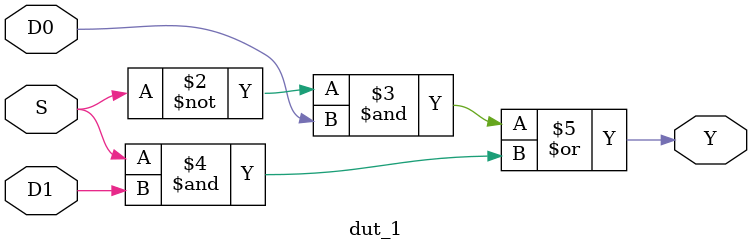
<source format=sv>
module dut_1(
    input logic D1, D0,
    input logic S,
    output logic Y
);
    //Function
    always_comb begin
        Y = (~S & D0) | (S & D1);
    end
endmodule
</source>
